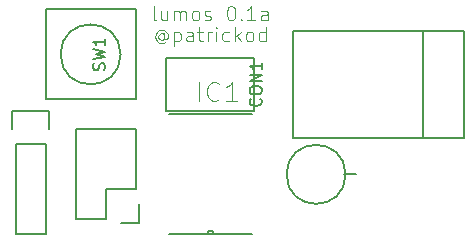
<source format=gto>
G04 #@! TF.FileFunction,Legend,Top*
%FSLAX46Y46*%
G04 Gerber Fmt 4.6, Leading zero omitted, Abs format (unit mm)*
G04 Created by KiCad (PCBNEW 4.0.1-stable) date Sun 07 Feb 2016 03:44:16 PM PST*
%MOMM*%
G01*
G04 APERTURE LIST*
%ADD10C,0.100000*%
%ADD11C,0.150000*%
%ADD12C,0.152400*%
%ADD13C,0.050000*%
G04 APERTURE END LIST*
D10*
X149012858Y-94902857D02*
X148898572Y-94845714D01*
X148841429Y-94731429D01*
X148841429Y-93702857D01*
X149984286Y-94102857D02*
X149984286Y-94902857D01*
X149470000Y-94102857D02*
X149470000Y-94731429D01*
X149527143Y-94845714D01*
X149641429Y-94902857D01*
X149812857Y-94902857D01*
X149927143Y-94845714D01*
X149984286Y-94788571D01*
X150555714Y-94902857D02*
X150555714Y-94102857D01*
X150555714Y-94217143D02*
X150612857Y-94160000D01*
X150727143Y-94102857D01*
X150898571Y-94102857D01*
X151012857Y-94160000D01*
X151070000Y-94274286D01*
X151070000Y-94902857D01*
X151070000Y-94274286D02*
X151127143Y-94160000D01*
X151241429Y-94102857D01*
X151412857Y-94102857D01*
X151527143Y-94160000D01*
X151584286Y-94274286D01*
X151584286Y-94902857D01*
X152327143Y-94902857D02*
X152212857Y-94845714D01*
X152155714Y-94788571D01*
X152098571Y-94674286D01*
X152098571Y-94331429D01*
X152155714Y-94217143D01*
X152212857Y-94160000D01*
X152327143Y-94102857D01*
X152498571Y-94102857D01*
X152612857Y-94160000D01*
X152670000Y-94217143D01*
X152727143Y-94331429D01*
X152727143Y-94674286D01*
X152670000Y-94788571D01*
X152612857Y-94845714D01*
X152498571Y-94902857D01*
X152327143Y-94902857D01*
X153184285Y-94845714D02*
X153298571Y-94902857D01*
X153527143Y-94902857D01*
X153641428Y-94845714D01*
X153698571Y-94731429D01*
X153698571Y-94674286D01*
X153641428Y-94560000D01*
X153527143Y-94502857D01*
X153355714Y-94502857D01*
X153241428Y-94445714D01*
X153184285Y-94331429D01*
X153184285Y-94274286D01*
X153241428Y-94160000D01*
X153355714Y-94102857D01*
X153527143Y-94102857D01*
X153641428Y-94160000D01*
X155355715Y-93702857D02*
X155470000Y-93702857D01*
X155584286Y-93760000D01*
X155641429Y-93817143D01*
X155698572Y-93931429D01*
X155755715Y-94160000D01*
X155755715Y-94445714D01*
X155698572Y-94674286D01*
X155641429Y-94788571D01*
X155584286Y-94845714D01*
X155470000Y-94902857D01*
X155355715Y-94902857D01*
X155241429Y-94845714D01*
X155184286Y-94788571D01*
X155127143Y-94674286D01*
X155070000Y-94445714D01*
X155070000Y-94160000D01*
X155127143Y-93931429D01*
X155184286Y-93817143D01*
X155241429Y-93760000D01*
X155355715Y-93702857D01*
X156270000Y-94788571D02*
X156327143Y-94845714D01*
X156270000Y-94902857D01*
X156212857Y-94845714D01*
X156270000Y-94788571D01*
X156270000Y-94902857D01*
X157470001Y-94902857D02*
X156784286Y-94902857D01*
X157127144Y-94902857D02*
X157127144Y-93702857D01*
X157012858Y-93874286D01*
X156898572Y-93988571D01*
X156784286Y-94045714D01*
X158498572Y-94902857D02*
X158498572Y-94274286D01*
X158441429Y-94160000D01*
X158327143Y-94102857D01*
X158098572Y-94102857D01*
X157984286Y-94160000D01*
X158498572Y-94845714D02*
X158384286Y-94902857D01*
X158098572Y-94902857D01*
X157984286Y-94845714D01*
X157927143Y-94731429D01*
X157927143Y-94617143D01*
X157984286Y-94502857D01*
X158098572Y-94445714D01*
X158384286Y-94445714D01*
X158498572Y-94388571D01*
X149755715Y-96111429D02*
X149698573Y-96054286D01*
X149584287Y-95997143D01*
X149470001Y-95997143D01*
X149355715Y-96054286D01*
X149298573Y-96111429D01*
X149241430Y-96225714D01*
X149241430Y-96340000D01*
X149298573Y-96454286D01*
X149355715Y-96511429D01*
X149470001Y-96568571D01*
X149584287Y-96568571D01*
X149698573Y-96511429D01*
X149755715Y-96454286D01*
X149755715Y-95997143D02*
X149755715Y-96454286D01*
X149812858Y-96511429D01*
X149870001Y-96511429D01*
X149984287Y-96454286D01*
X150041430Y-96340000D01*
X150041430Y-96054286D01*
X149927144Y-95882857D01*
X149755715Y-95768571D01*
X149527144Y-95711429D01*
X149298573Y-95768571D01*
X149127144Y-95882857D01*
X149012858Y-96054286D01*
X148955715Y-96282857D01*
X149012858Y-96511429D01*
X149127144Y-96682857D01*
X149298573Y-96797143D01*
X149527144Y-96854286D01*
X149755715Y-96797143D01*
X149927144Y-96682857D01*
X150555715Y-95882857D02*
X150555715Y-97082857D01*
X150555715Y-95940000D02*
X150670001Y-95882857D01*
X150898572Y-95882857D01*
X151012858Y-95940000D01*
X151070001Y-95997143D01*
X151127144Y-96111429D01*
X151127144Y-96454286D01*
X151070001Y-96568571D01*
X151012858Y-96625714D01*
X150898572Y-96682857D01*
X150670001Y-96682857D01*
X150555715Y-96625714D01*
X152155715Y-96682857D02*
X152155715Y-96054286D01*
X152098572Y-95940000D01*
X151984286Y-95882857D01*
X151755715Y-95882857D01*
X151641429Y-95940000D01*
X152155715Y-96625714D02*
X152041429Y-96682857D01*
X151755715Y-96682857D01*
X151641429Y-96625714D01*
X151584286Y-96511429D01*
X151584286Y-96397143D01*
X151641429Y-96282857D01*
X151755715Y-96225714D01*
X152041429Y-96225714D01*
X152155715Y-96168571D01*
X152555715Y-95882857D02*
X153012858Y-95882857D01*
X152727143Y-95482857D02*
X152727143Y-96511429D01*
X152784286Y-96625714D01*
X152898572Y-96682857D01*
X153012858Y-96682857D01*
X153412857Y-96682857D02*
X153412857Y-95882857D01*
X153412857Y-96111429D02*
X153470000Y-95997143D01*
X153527143Y-95940000D01*
X153641429Y-95882857D01*
X153755714Y-95882857D01*
X154155714Y-96682857D02*
X154155714Y-95882857D01*
X154155714Y-95482857D02*
X154098571Y-95540000D01*
X154155714Y-95597143D01*
X154212857Y-95540000D01*
X154155714Y-95482857D01*
X154155714Y-95597143D01*
X155241429Y-96625714D02*
X155127143Y-96682857D01*
X154898572Y-96682857D01*
X154784286Y-96625714D01*
X154727143Y-96568571D01*
X154670000Y-96454286D01*
X154670000Y-96111429D01*
X154727143Y-95997143D01*
X154784286Y-95940000D01*
X154898572Y-95882857D01*
X155127143Y-95882857D01*
X155241429Y-95940000D01*
X155755714Y-96682857D02*
X155755714Y-95482857D01*
X155870000Y-96225714D02*
X156212857Y-96682857D01*
X156212857Y-95882857D02*
X155755714Y-96340000D01*
X156898572Y-96682857D02*
X156784286Y-96625714D01*
X156727143Y-96568571D01*
X156670000Y-96454286D01*
X156670000Y-96111429D01*
X156727143Y-95997143D01*
X156784286Y-95940000D01*
X156898572Y-95882857D01*
X157070000Y-95882857D01*
X157184286Y-95940000D01*
X157241429Y-95997143D01*
X157298572Y-96111429D01*
X157298572Y-96454286D01*
X157241429Y-96568571D01*
X157184286Y-96625714D01*
X157070000Y-96682857D01*
X156898572Y-96682857D01*
X158327143Y-96682857D02*
X158327143Y-95482857D01*
X158327143Y-96625714D02*
X158212857Y-96682857D01*
X157984286Y-96682857D01*
X157870000Y-96625714D01*
X157812857Y-96568571D01*
X157755714Y-96454286D01*
X157755714Y-96111429D01*
X157812857Y-95997143D01*
X157870000Y-95940000D01*
X157984286Y-95882857D01*
X158212857Y-95882857D01*
X158327143Y-95940000D01*
D11*
X149880000Y-98080000D02*
X157380000Y-98080000D01*
X157380000Y-98080000D02*
X157380000Y-102580000D01*
X157380000Y-102580000D02*
X149880000Y-102580000D01*
X149880000Y-102580000D02*
X149880000Y-98080000D01*
D12*
X157149800Y-102870000D02*
X150190200Y-102870000D01*
X150190200Y-113030000D02*
X153365200Y-113030000D01*
X153365200Y-113030000D02*
X153974800Y-113030000D01*
X153974800Y-113030000D02*
X157210000Y-113030000D01*
X153365200Y-113030000D02*
G75*
G02X153974800Y-113030000I304800J0D01*
G01*
D11*
X137160000Y-105410000D02*
X137160000Y-113030000D01*
X139700000Y-105410000D02*
X139700000Y-113030000D01*
X139980000Y-102590000D02*
X139980000Y-104140000D01*
X137160000Y-113030000D02*
X139700000Y-113030000D01*
X139700000Y-105410000D02*
X137160000Y-105410000D01*
X136880000Y-104140000D02*
X136880000Y-102590000D01*
X136880000Y-102590000D02*
X139980000Y-102590000D01*
X147320000Y-109220000D02*
X147320000Y-104140000D01*
X147600000Y-112040000D02*
X146050000Y-112040000D01*
X144780000Y-111760000D02*
X144780000Y-109220000D01*
X144780000Y-109220000D02*
X147320000Y-109220000D01*
X147320000Y-104140000D02*
X142240000Y-104140000D01*
X142240000Y-104140000D02*
X142240000Y-109220000D01*
X147600000Y-112040000D02*
X147600000Y-110490000D01*
X142240000Y-111760000D02*
X144780000Y-111760000D01*
X142240000Y-109220000D02*
X142240000Y-111760000D01*
X165000940Y-107950000D02*
X166001700Y-107950000D01*
X165100000Y-107950000D02*
G75*
G03X165100000Y-107950000I-2499360J0D01*
G01*
X146050000Y-97790000D02*
G75*
G03X146050000Y-97790000I-2540000J0D01*
G01*
X147320000Y-93980000D02*
X147320000Y-101600000D01*
X147320000Y-101600000D02*
X139700000Y-101600000D01*
X139700000Y-101600000D02*
X139700000Y-93980000D01*
X147320000Y-93980000D02*
X139700000Y-93980000D01*
X171640500Y-104830880D02*
X171640500Y-95829120D01*
X175140620Y-104830880D02*
X175140620Y-95829120D01*
X175140620Y-95829120D02*
X160639760Y-95829120D01*
X160639760Y-95829120D02*
X160639760Y-104830880D01*
X160639760Y-104830880D02*
X175140620Y-104830880D01*
D13*
X152653248Y-101757705D02*
X152653248Y-100117705D01*
X154371343Y-101601514D02*
X154293248Y-101679610D01*
X154058962Y-101757705D01*
X153902772Y-101757705D01*
X153668486Y-101679610D01*
X153512295Y-101523419D01*
X153434200Y-101367229D01*
X153356105Y-101054848D01*
X153356105Y-100820562D01*
X153434200Y-100508181D01*
X153512295Y-100351990D01*
X153668486Y-100195800D01*
X153902772Y-100117705D01*
X154058962Y-100117705D01*
X154293248Y-100195800D01*
X154371343Y-100273895D01*
X155933248Y-101757705D02*
X154996105Y-101757705D01*
X155464676Y-101757705D02*
X155464676Y-100117705D01*
X155308486Y-100351990D01*
X155152295Y-100508181D01*
X154996105Y-100586276D01*
D11*
X144676762Y-99123333D02*
X144724381Y-98980476D01*
X144724381Y-98742380D01*
X144676762Y-98647142D01*
X144629143Y-98599523D01*
X144533905Y-98551904D01*
X144438667Y-98551904D01*
X144343429Y-98599523D01*
X144295810Y-98647142D01*
X144248190Y-98742380D01*
X144200571Y-98932857D01*
X144152952Y-99028095D01*
X144105333Y-99075714D01*
X144010095Y-99123333D01*
X143914857Y-99123333D01*
X143819619Y-99075714D01*
X143772000Y-99028095D01*
X143724381Y-98932857D01*
X143724381Y-98694761D01*
X143772000Y-98551904D01*
X143724381Y-98218571D02*
X144724381Y-97980476D01*
X144010095Y-97789999D01*
X144724381Y-97599523D01*
X143724381Y-97361428D01*
X144724381Y-96456666D02*
X144724381Y-97028095D01*
X144724381Y-96742381D02*
X143724381Y-96742381D01*
X143867238Y-96837619D01*
X143962476Y-96932857D01*
X144010095Y-97028095D01*
X157898103Y-101544285D02*
X157945722Y-101591904D01*
X157993341Y-101734761D01*
X157993341Y-101829999D01*
X157945722Y-101972857D01*
X157850484Y-102068095D01*
X157755246Y-102115714D01*
X157564770Y-102163333D01*
X157421912Y-102163333D01*
X157231436Y-102115714D01*
X157136198Y-102068095D01*
X157040960Y-101972857D01*
X156993341Y-101829999D01*
X156993341Y-101734761D01*
X157040960Y-101591904D01*
X157088579Y-101544285D01*
X156993341Y-100925238D02*
X156993341Y-100734761D01*
X157040960Y-100639523D01*
X157136198Y-100544285D01*
X157326674Y-100496666D01*
X157660008Y-100496666D01*
X157850484Y-100544285D01*
X157945722Y-100639523D01*
X157993341Y-100734761D01*
X157993341Y-100925238D01*
X157945722Y-101020476D01*
X157850484Y-101115714D01*
X157660008Y-101163333D01*
X157326674Y-101163333D01*
X157136198Y-101115714D01*
X157040960Y-101020476D01*
X156993341Y-100925238D01*
X157993341Y-100068095D02*
X156993341Y-100068095D01*
X157993341Y-99496666D01*
X156993341Y-99496666D01*
X157993341Y-98496666D02*
X157993341Y-99068095D01*
X157993341Y-98782381D02*
X156993341Y-98782381D01*
X157136198Y-98877619D01*
X157231436Y-98972857D01*
X157279055Y-99068095D01*
M02*

</source>
